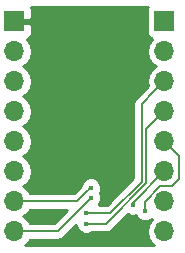
<source format=gbl>
G04 #@! TF.GenerationSoftware,KiCad,Pcbnew,(5.0-dev-4158-ga83669ab1)*
G04 #@! TF.CreationDate,2018-03-07T22:38:40+01:00*
G04 #@! TF.ProjectId,bbq10breakout,6262713130627265616B6F75742E6B69,rev?*
G04 #@! TF.SameCoordinates,Original*
G04 #@! TF.FileFunction,Copper,L2,Bot,Signal*
G04 #@! TF.FilePolarity,Positive*
%FSLAX46Y46*%
G04 Gerber Fmt 4.6, Leading zero omitted, Abs format (unit mm)*
G04 Created by KiCad (PCBNEW (5.0-dev-4158-ga83669ab1)) date 03/07/18 22:38:40*
%MOMM*%
%LPD*%
G01*
G04 APERTURE LIST*
%ADD10R,1.700000X1.700000*%
%ADD11O,1.700000X1.700000*%
%ADD12C,0.450000*%
%ADD13C,0.177800*%
%ADD14C,0.254000*%
G04 APERTURE END LIST*
D10*
X180340000Y-33020000D03*
D11*
X180340000Y-35560000D03*
X180340000Y-38100000D03*
X180340000Y-40640000D03*
X180340000Y-43180000D03*
X180340000Y-45720000D03*
X180340000Y-48260000D03*
X180340000Y-50800000D03*
X167640000Y-50800000D03*
X167640000Y-48260000D03*
X167640000Y-45720000D03*
X167640000Y-43180000D03*
X167640000Y-40640000D03*
X167640000Y-38100000D03*
X167640000Y-35560000D03*
D10*
X167640000Y-33020000D03*
D12*
X177038000Y-51054000D03*
X170180000Y-49784000D03*
X172466000Y-44831000D03*
X171450000Y-46482000D03*
X173736000Y-49276000D03*
X173736000Y-50165000D03*
X178700000Y-49100000D03*
X174100000Y-47100000D03*
X177700000Y-48600000D03*
X174100000Y-48000000D03*
D13*
X175768000Y-49276000D02*
X178435000Y-46609000D01*
X173736000Y-49276000D02*
X175768000Y-49276000D01*
X178435000Y-46609000D02*
X178435000Y-40005000D01*
X178435000Y-40005000D02*
X179490001Y-38949999D01*
X179490001Y-38949999D02*
X180340000Y-38100000D01*
X175387000Y-50165000D02*
X178816000Y-46736000D01*
X173736000Y-50165000D02*
X175387000Y-50165000D01*
X178816000Y-46736000D02*
X178816000Y-42164000D01*
X178816000Y-42164000D02*
X179490001Y-41489999D01*
X179490001Y-41489999D02*
X180340000Y-40640000D01*
X181610000Y-44450000D02*
X181610000Y-46355000D01*
X178700000Y-48781802D02*
X178700000Y-49100000D01*
X180975000Y-46990000D02*
X179991820Y-46990000D01*
X179991820Y-46990000D02*
X178700000Y-48281820D01*
X178700000Y-48281820D02*
X178700000Y-48781802D01*
X180340000Y-43180000D02*
X181610000Y-44450000D01*
X181610000Y-46355000D02*
X180975000Y-46990000D01*
X167640000Y-48260000D02*
X172940000Y-48260000D01*
X172940000Y-48260000D02*
X173875001Y-47324999D01*
X173875001Y-47324999D02*
X174100000Y-47100000D01*
X180340000Y-45720000D02*
X177700000Y-48360000D01*
X177700000Y-48360000D02*
X177700000Y-48600000D01*
X171300000Y-50800000D02*
X173875001Y-48224999D01*
X173875001Y-48224999D02*
X174100000Y-48000000D01*
X167640000Y-50800000D02*
X171300000Y-50800000D01*
D14*
G36*
X177528185Y-49459850D02*
X177870314Y-49460149D01*
X177911293Y-49443217D01*
X177970503Y-49586514D01*
X178212213Y-49828647D01*
X178528185Y-49959850D01*
X178870314Y-49960149D01*
X179186514Y-49829497D01*
X179250134Y-49765988D01*
X178938946Y-50231715D01*
X178825907Y-50800000D01*
X178938946Y-51368285D01*
X179260853Y-51850054D01*
X179477781Y-51995000D01*
X168502219Y-51995000D01*
X168719147Y-51850054D01*
X168937076Y-51523900D01*
X171299995Y-51523900D01*
X171300000Y-51523901D01*
X171531063Y-51477939D01*
X171577025Y-51468796D01*
X171811875Y-51311875D01*
X172875927Y-50247822D01*
X172875851Y-50335314D01*
X173006503Y-50651514D01*
X173248213Y-50893647D01*
X173564185Y-51024850D01*
X173906314Y-51025149D01*
X174222514Y-50894497D01*
X174228121Y-50888900D01*
X175386995Y-50888900D01*
X175387000Y-50888901D01*
X175618063Y-50842939D01*
X175664025Y-50833796D01*
X175898875Y-50676875D01*
X177236866Y-49338884D01*
X177528185Y-49459850D01*
X177528185Y-49459850D01*
G37*
X177528185Y-49459850D02*
X177870314Y-49460149D01*
X177911293Y-49443217D01*
X177970503Y-49586514D01*
X178212213Y-49828647D01*
X178528185Y-49959850D01*
X178870314Y-49960149D01*
X179186514Y-49829497D01*
X179250134Y-49765988D01*
X178938946Y-50231715D01*
X178825907Y-50800000D01*
X178938946Y-51368285D01*
X179260853Y-51850054D01*
X179477781Y-51995000D01*
X168502219Y-51995000D01*
X168719147Y-51850054D01*
X168937076Y-51523900D01*
X171299995Y-51523900D01*
X171300000Y-51523901D01*
X171531063Y-51477939D01*
X171577025Y-51468796D01*
X171811875Y-51311875D01*
X172875927Y-50247822D01*
X172875851Y-50335314D01*
X173006503Y-50651514D01*
X173248213Y-50893647D01*
X173564185Y-51024850D01*
X173906314Y-51025149D01*
X174222514Y-50894497D01*
X174228121Y-50888900D01*
X175386995Y-50888900D01*
X175387000Y-50888901D01*
X175618063Y-50842939D01*
X175664025Y-50833796D01*
X175898875Y-50676875D01*
X177236866Y-49338884D01*
X177528185Y-49459850D01*
G36*
X171000150Y-50076100D02*
X168937076Y-50076100D01*
X168719147Y-49749946D01*
X168389974Y-49530000D01*
X168719147Y-49310054D01*
X168937076Y-48983900D01*
X172092351Y-48983900D01*
X171000150Y-50076100D01*
X171000150Y-50076100D01*
G37*
X171000150Y-50076100D02*
X168937076Y-50076100D01*
X168719147Y-49749946D01*
X168389974Y-49530000D01*
X168719147Y-49310054D01*
X168937076Y-48983900D01*
X172092351Y-48983900D01*
X171000150Y-50076100D01*
G36*
X178891843Y-31922235D02*
X178842560Y-32170000D01*
X178842560Y-33870000D01*
X178891843Y-34117765D01*
X179032191Y-34327809D01*
X179242235Y-34468157D01*
X179304777Y-34480597D01*
X179260853Y-34509946D01*
X178938946Y-34991715D01*
X178825907Y-35560000D01*
X178938946Y-36128285D01*
X179260853Y-36610054D01*
X179590026Y-36830000D01*
X179260853Y-37049946D01*
X178938946Y-37531715D01*
X178825907Y-38100000D01*
X178907260Y-38508991D01*
X177923125Y-39493125D01*
X177766204Y-39727975D01*
X177766204Y-39727976D01*
X177711099Y-40005000D01*
X177711100Y-40005005D01*
X177711100Y-46309151D01*
X175468150Y-48552100D01*
X174764221Y-48552100D01*
X174828647Y-48487787D01*
X174959850Y-48171815D01*
X174960149Y-47829686D01*
X174844461Y-47549702D01*
X174959850Y-47271815D01*
X174960149Y-46929686D01*
X174829497Y-46613486D01*
X174587787Y-46371353D01*
X174271815Y-46240150D01*
X173929686Y-46239851D01*
X173613486Y-46370503D01*
X173371353Y-46612213D01*
X173240150Y-46928185D01*
X173240143Y-46936107D01*
X172640150Y-47536100D01*
X168937076Y-47536100D01*
X168719147Y-47209946D01*
X168389974Y-46990000D01*
X168719147Y-46770054D01*
X169041054Y-46288285D01*
X169154093Y-45720000D01*
X169041054Y-45151715D01*
X168719147Y-44669946D01*
X168389974Y-44450000D01*
X168719147Y-44230054D01*
X169041054Y-43748285D01*
X169154093Y-43180000D01*
X169041054Y-42611715D01*
X168719147Y-42129946D01*
X168389974Y-41910000D01*
X168719147Y-41690054D01*
X169041054Y-41208285D01*
X169154093Y-40640000D01*
X169041054Y-40071715D01*
X168719147Y-39589946D01*
X168389974Y-39370000D01*
X168719147Y-39150054D01*
X169041054Y-38668285D01*
X169154093Y-38100000D01*
X169041054Y-37531715D01*
X168719147Y-37049946D01*
X168389974Y-36830000D01*
X168719147Y-36610054D01*
X169041054Y-36128285D01*
X169154093Y-35560000D01*
X169041054Y-34991715D01*
X168719147Y-34509946D01*
X168675223Y-34480597D01*
X168849698Y-34408327D01*
X169028327Y-34229699D01*
X169125000Y-33996310D01*
X169125000Y-33305750D01*
X168966250Y-33147000D01*
X167767000Y-33147000D01*
X167767000Y-33167000D01*
X167513000Y-33167000D01*
X167513000Y-33147000D01*
X167493000Y-33147000D01*
X167493000Y-32893000D01*
X167513000Y-32893000D01*
X167513000Y-32873000D01*
X167767000Y-32873000D01*
X167767000Y-32893000D01*
X168966250Y-32893000D01*
X169125000Y-32734250D01*
X169125000Y-32043690D01*
X169034416Y-31825000D01*
X178956814Y-31825000D01*
X178891843Y-31922235D01*
X178891843Y-31922235D01*
G37*
X178891843Y-31922235D02*
X178842560Y-32170000D01*
X178842560Y-33870000D01*
X178891843Y-34117765D01*
X179032191Y-34327809D01*
X179242235Y-34468157D01*
X179304777Y-34480597D01*
X179260853Y-34509946D01*
X178938946Y-34991715D01*
X178825907Y-35560000D01*
X178938946Y-36128285D01*
X179260853Y-36610054D01*
X179590026Y-36830000D01*
X179260853Y-37049946D01*
X178938946Y-37531715D01*
X178825907Y-38100000D01*
X178907260Y-38508991D01*
X177923125Y-39493125D01*
X177766204Y-39727975D01*
X177766204Y-39727976D01*
X177711099Y-40005000D01*
X177711100Y-40005005D01*
X177711100Y-46309151D01*
X175468150Y-48552100D01*
X174764221Y-48552100D01*
X174828647Y-48487787D01*
X174959850Y-48171815D01*
X174960149Y-47829686D01*
X174844461Y-47549702D01*
X174959850Y-47271815D01*
X174960149Y-46929686D01*
X174829497Y-46613486D01*
X174587787Y-46371353D01*
X174271815Y-46240150D01*
X173929686Y-46239851D01*
X173613486Y-46370503D01*
X173371353Y-46612213D01*
X173240150Y-46928185D01*
X173240143Y-46936107D01*
X172640150Y-47536100D01*
X168937076Y-47536100D01*
X168719147Y-47209946D01*
X168389974Y-46990000D01*
X168719147Y-46770054D01*
X169041054Y-46288285D01*
X169154093Y-45720000D01*
X169041054Y-45151715D01*
X168719147Y-44669946D01*
X168389974Y-44450000D01*
X168719147Y-44230054D01*
X169041054Y-43748285D01*
X169154093Y-43180000D01*
X169041054Y-42611715D01*
X168719147Y-42129946D01*
X168389974Y-41910000D01*
X168719147Y-41690054D01*
X169041054Y-41208285D01*
X169154093Y-40640000D01*
X169041054Y-40071715D01*
X168719147Y-39589946D01*
X168389974Y-39370000D01*
X168719147Y-39150054D01*
X169041054Y-38668285D01*
X169154093Y-38100000D01*
X169041054Y-37531715D01*
X168719147Y-37049946D01*
X168389974Y-36830000D01*
X168719147Y-36610054D01*
X169041054Y-36128285D01*
X169154093Y-35560000D01*
X169041054Y-34991715D01*
X168719147Y-34509946D01*
X168675223Y-34480597D01*
X168849698Y-34408327D01*
X169028327Y-34229699D01*
X169125000Y-33996310D01*
X169125000Y-33305750D01*
X168966250Y-33147000D01*
X167767000Y-33147000D01*
X167767000Y-33167000D01*
X167513000Y-33167000D01*
X167513000Y-33147000D01*
X167493000Y-33147000D01*
X167493000Y-32893000D01*
X167513000Y-32893000D01*
X167513000Y-32873000D01*
X167767000Y-32873000D01*
X167767000Y-32893000D01*
X168966250Y-32893000D01*
X169125000Y-32734250D01*
X169125000Y-32043690D01*
X169034416Y-31825000D01*
X178956814Y-31825000D01*
X178891843Y-31922235D01*
M02*

</source>
